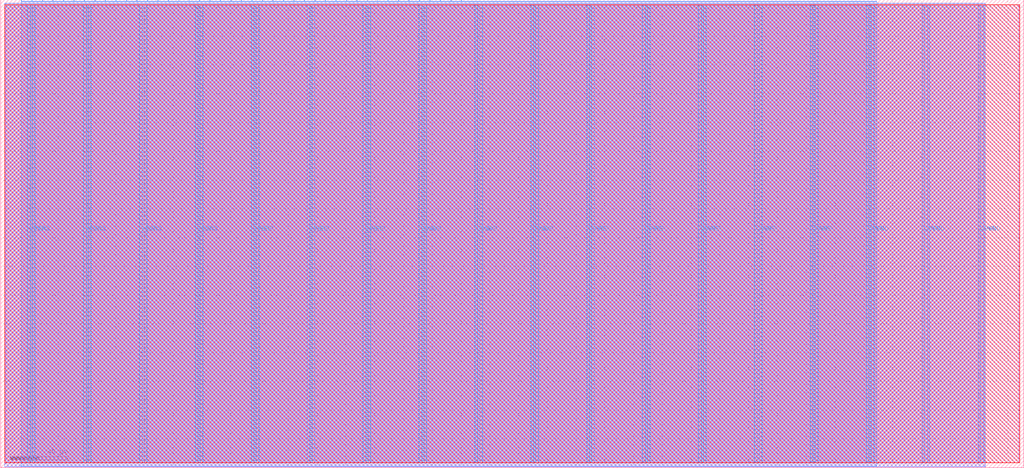
<source format=lef>
VERSION 5.7 ;
  NOWIREEXTENSIONATPIN ON ;
  DIVIDERCHAR "/" ;
  BUSBITCHARS "[]" ;
MACRO tt_um_htfab_asicle2
  CLASS BLOCK ;
  FOREIGN tt_um_htfab_asicle2 ;
  ORIGIN 0.000 0.000 ;
  SIZE 711.200 BY 325.360 ;
  PIN VGND
    DIRECTION INOUT ;
    USE GROUND ;
    PORT
      LAYER Metal4 ;
        RECT 22.180 3.620 23.780 321.740 ;
    END
    PORT
      LAYER Metal4 ;
        RECT 61.050 3.620 62.650 321.740 ;
    END
    PORT
      LAYER Metal4 ;
        RECT 99.920 3.620 101.520 321.740 ;
    END
    PORT
      LAYER Metal4 ;
        RECT 138.790 3.620 140.390 321.740 ;
    END
    PORT
      LAYER Metal4 ;
        RECT 177.660 3.620 179.260 321.740 ;
    END
    PORT
      LAYER Metal4 ;
        RECT 216.530 3.620 218.130 321.740 ;
    END
    PORT
      LAYER Metal4 ;
        RECT 255.400 3.620 257.000 321.740 ;
    END
    PORT
      LAYER Metal4 ;
        RECT 294.270 3.620 295.870 321.740 ;
    END
    PORT
      LAYER Metal4 ;
        RECT 333.140 3.620 334.740 321.740 ;
    END
    PORT
      LAYER Metal4 ;
        RECT 372.010 3.620 373.610 321.740 ;
    END
    PORT
      LAYER Metal4 ;
        RECT 410.880 3.620 412.480 321.740 ;
    END
    PORT
      LAYER Metal4 ;
        RECT 449.750 3.620 451.350 321.740 ;
    END
    PORT
      LAYER Metal4 ;
        RECT 488.620 3.620 490.220 321.740 ;
    END
    PORT
      LAYER Metal4 ;
        RECT 527.490 3.620 529.090 321.740 ;
    END
    PORT
      LAYER Metal4 ;
        RECT 566.360 3.620 567.960 321.740 ;
    END
    PORT
      LAYER Metal4 ;
        RECT 605.230 3.620 606.830 321.740 ;
    END
    PORT
      LAYER Metal4 ;
        RECT 644.100 3.620 645.700 321.740 ;
    END
    PORT
      LAYER Metal4 ;
        RECT 682.970 3.620 684.570 321.740 ;
    END
  END VGND
  PIN VPWR
    DIRECTION INOUT ;
    USE POWER ;
    PORT
      LAYER Metal4 ;
        RECT 18.880 3.620 20.480 321.740 ;
    END
    PORT
      LAYER Metal4 ;
        RECT 57.750 3.620 59.350 321.740 ;
    END
    PORT
      LAYER Metal4 ;
        RECT 96.620 3.620 98.220 321.740 ;
    END
    PORT
      LAYER Metal4 ;
        RECT 135.490 3.620 137.090 321.740 ;
    END
    PORT
      LAYER Metal4 ;
        RECT 174.360 3.620 175.960 321.740 ;
    END
    PORT
      LAYER Metal4 ;
        RECT 213.230 3.620 214.830 321.740 ;
    END
    PORT
      LAYER Metal4 ;
        RECT 252.100 3.620 253.700 321.740 ;
    END
    PORT
      LAYER Metal4 ;
        RECT 290.970 3.620 292.570 321.740 ;
    END
    PORT
      LAYER Metal4 ;
        RECT 329.840 3.620 331.440 321.740 ;
    END
    PORT
      LAYER Metal4 ;
        RECT 368.710 3.620 370.310 321.740 ;
    END
    PORT
      LAYER Metal4 ;
        RECT 407.580 3.620 409.180 321.740 ;
    END
    PORT
      LAYER Metal4 ;
        RECT 446.450 3.620 448.050 321.740 ;
    END
    PORT
      LAYER Metal4 ;
        RECT 485.320 3.620 486.920 321.740 ;
    END
    PORT
      LAYER Metal4 ;
        RECT 524.190 3.620 525.790 321.740 ;
    END
    PORT
      LAYER Metal4 ;
        RECT 563.060 3.620 564.660 321.740 ;
    END
    PORT
      LAYER Metal4 ;
        RECT 601.930 3.620 603.530 321.740 ;
    END
    PORT
      LAYER Metal4 ;
        RECT 640.800 3.620 642.400 321.740 ;
    END
    PORT
      LAYER Metal4 ;
        RECT 679.670 3.620 681.270 321.740 ;
    END
  END VPWR
  PIN clk
    DIRECTION INPUT ;
    USE SIGNAL ;
    ANTENNAGATEAREA 4.738000 ;
    PORT
      LAYER Metal4 ;
        RECT 312.890 324.360 313.190 325.360 ;
    END
  END clk
  PIN ena
    DIRECTION INPUT ;
    USE SIGNAL ;
    PORT
      LAYER Metal4 ;
        RECT 320.170 324.360 320.470 325.360 ;
    END
  END ena
  PIN rst_n
    DIRECTION INPUT ;
    USE SIGNAL ;
    ANTENNAGATEAREA 1.102000 ;
    PORT
      LAYER Metal4 ;
        RECT 305.610 324.360 305.910 325.360 ;
    END
  END rst_n
  PIN ui_in[0]
    DIRECTION INPUT ;
    USE SIGNAL ;
    ANTENNAGATEAREA 0.396000 ;
    PORT
      LAYER Metal4 ;
        RECT 298.330 324.360 298.630 325.360 ;
    END
  END ui_in[0]
  PIN ui_in[1]
    DIRECTION INPUT ;
    USE SIGNAL ;
    ANTENNAGATEAREA 0.396000 ;
    PORT
      LAYER Metal4 ;
        RECT 291.050 324.360 291.350 325.360 ;
    END
  END ui_in[1]
  PIN ui_in[2]
    DIRECTION INPUT ;
    USE SIGNAL ;
    ANTENNAGATEAREA 0.396000 ;
    PORT
      LAYER Metal4 ;
        RECT 283.770 324.360 284.070 325.360 ;
    END
  END ui_in[2]
  PIN ui_in[3]
    DIRECTION INPUT ;
    USE SIGNAL ;
    ANTENNAGATEAREA 0.396000 ;
    PORT
      LAYER Metal4 ;
        RECT 276.490 324.360 276.790 325.360 ;
    END
  END ui_in[3]
  PIN ui_in[4]
    DIRECTION INPUT ;
    USE SIGNAL ;
    ANTENNAGATEAREA 0.396000 ;
    PORT
      LAYER Metal4 ;
        RECT 269.210 324.360 269.510 325.360 ;
    END
  END ui_in[4]
  PIN ui_in[5]
    DIRECTION INPUT ;
    USE SIGNAL ;
    ANTENNAGATEAREA 0.396000 ;
    PORT
      LAYER Metal4 ;
        RECT 261.930 324.360 262.230 325.360 ;
    END
  END ui_in[5]
  PIN ui_in[6]
    DIRECTION INPUT ;
    USE SIGNAL ;
    ANTENNAGATEAREA 0.396000 ;
    PORT
      LAYER Metal4 ;
        RECT 254.650 324.360 254.950 325.360 ;
    END
  END ui_in[6]
  PIN ui_in[7]
    DIRECTION INPUT ;
    USE SIGNAL ;
    ANTENNAGATEAREA 0.396000 ;
    PORT
      LAYER Metal4 ;
        RECT 247.370 324.360 247.670 325.360 ;
    END
  END ui_in[7]
  PIN uio_in[0]
    DIRECTION INPUT ;
    USE SIGNAL ;
    PORT
      LAYER Metal4 ;
        RECT 240.090 324.360 240.390 325.360 ;
    END
  END uio_in[0]
  PIN uio_in[1]
    DIRECTION INPUT ;
    USE SIGNAL ;
    ANTENNAGATEAREA 1.102000 ;
    PORT
      LAYER Metal4 ;
        RECT 232.810 324.360 233.110 325.360 ;
    END
  END uio_in[1]
  PIN uio_in[2]
    DIRECTION INPUT ;
    USE SIGNAL ;
    ANTENNAGATEAREA 1.102000 ;
    PORT
      LAYER Metal4 ;
        RECT 225.530 324.360 225.830 325.360 ;
    END
  END uio_in[2]
  PIN uio_in[3]
    DIRECTION INPUT ;
    USE SIGNAL ;
    PORT
      LAYER Metal4 ;
        RECT 218.250 324.360 218.550 325.360 ;
    END
  END uio_in[3]
  PIN uio_in[4]
    DIRECTION INPUT ;
    USE SIGNAL ;
    ANTENNAGATEAREA 1.102000 ;
    PORT
      LAYER Metal4 ;
        RECT 210.970 324.360 211.270 325.360 ;
    END
  END uio_in[4]
  PIN uio_in[5]
    DIRECTION INPUT ;
    USE SIGNAL ;
    ANTENNAGATEAREA 1.102000 ;
    PORT
      LAYER Metal4 ;
        RECT 203.690 324.360 203.990 325.360 ;
    END
  END uio_in[5]
  PIN uio_in[6]
    DIRECTION INPUT ;
    USE SIGNAL ;
    PORT
      LAYER Metal4 ;
        RECT 196.410 324.360 196.710 325.360 ;
    END
  END uio_in[6]
  PIN uio_in[7]
    DIRECTION INPUT ;
    USE SIGNAL ;
    PORT
      LAYER Metal4 ;
        RECT 189.130 324.360 189.430 325.360 ;
    END
  END uio_in[7]
  PIN uio_oe[0]
    DIRECTION OUTPUT ;
    USE SIGNAL ;
    ANTENNADIFFAREA 1.986000 ;
    PORT
      LAYER Metal4 ;
        RECT 65.370 324.360 65.670 325.360 ;
    END
  END uio_oe[0]
  PIN uio_oe[1]
    DIRECTION OUTPUT ;
    USE SIGNAL ;
    ANTENNADIFFAREA 1.060800 ;
    PORT
      LAYER Metal4 ;
        RECT 58.090 324.360 58.390 325.360 ;
    END
  END uio_oe[1]
  PIN uio_oe[2]
    DIRECTION OUTPUT ;
    USE SIGNAL ;
    ANTENNADIFFAREA 1.986000 ;
    PORT
      LAYER Metal4 ;
        RECT 50.810 324.360 51.110 325.360 ;
    END
  END uio_oe[2]
  PIN uio_oe[3]
    DIRECTION OUTPUT ;
    USE SIGNAL ;
    ANTENNADIFFAREA 1.986000 ;
    PORT
      LAYER Metal4 ;
        RECT 43.530 324.360 43.830 325.360 ;
    END
  END uio_oe[3]
  PIN uio_oe[4]
    DIRECTION OUTPUT ;
    USE SIGNAL ;
    ANTENNADIFFAREA 1.986000 ;
    PORT
      LAYER Metal4 ;
        RECT 36.250 324.360 36.550 325.360 ;
    END
  END uio_oe[4]
  PIN uio_oe[5]
    DIRECTION OUTPUT ;
    USE SIGNAL ;
    ANTENNAGATEAREA 2.366000 ;
    ANTENNADIFFAREA 2.604400 ;
    PORT
      LAYER Metal4 ;
        RECT 28.970 324.360 29.270 325.360 ;
    END
  END uio_oe[5]
  PIN uio_oe[6]
    DIRECTION OUTPUT ;
    USE SIGNAL ;
    ANTENNADIFFAREA 1.986000 ;
    PORT
      LAYER Metal4 ;
        RECT 21.690 324.360 21.990 325.360 ;
    END
  END uio_oe[6]
  PIN uio_oe[7]
    DIRECTION OUTPUT ;
    USE SIGNAL ;
    ANTENNAGATEAREA 5.915000 ;
    ANTENNADIFFAREA 2.604400 ;
    PORT
      LAYER Metal4 ;
        RECT 14.410 324.360 14.710 325.360 ;
    END
  END uio_oe[7]
  PIN uio_out[0]
    DIRECTION OUTPUT ;
    USE SIGNAL ;
    ANTENNADIFFAREA 1.060800 ;
    PORT
      LAYER Metal4 ;
        RECT 123.610 324.360 123.910 325.360 ;
    END
  END uio_out[0]
  PIN uio_out[1]
    DIRECTION OUTPUT ;
    USE SIGNAL ;
    ANTENNADIFFAREA 1.060800 ;
    PORT
      LAYER Metal4 ;
        RECT 116.330 324.360 116.630 325.360 ;
    END
  END uio_out[1]
  PIN uio_out[2]
    DIRECTION OUTPUT ;
    USE SIGNAL ;
    ANTENNADIFFAREA 1.060800 ;
    PORT
      LAYER Metal4 ;
        RECT 109.050 324.360 109.350 325.360 ;
    END
  END uio_out[2]
  PIN uio_out[3]
    DIRECTION OUTPUT ;
    USE SIGNAL ;
    ANTENNADIFFAREA 1.060800 ;
    PORT
      LAYER Metal4 ;
        RECT 101.770 324.360 102.070 325.360 ;
    END
  END uio_out[3]
  PIN uio_out[4]
    DIRECTION OUTPUT ;
    USE SIGNAL ;
    ANTENNADIFFAREA 1.060800 ;
    PORT
      LAYER Metal4 ;
        RECT 94.490 324.360 94.790 325.360 ;
    END
  END uio_out[4]
  PIN uio_out[5]
    DIRECTION OUTPUT ;
    USE SIGNAL ;
    ANTENNADIFFAREA 1.060800 ;
    PORT
      LAYER Metal4 ;
        RECT 87.210 324.360 87.510 325.360 ;
    END
  END uio_out[5]
  PIN uio_out[6]
    DIRECTION OUTPUT ;
    USE SIGNAL ;
    ANTENNADIFFAREA 1.986000 ;
    PORT
      LAYER Metal4 ;
        RECT 79.930 324.360 80.230 325.360 ;
    END
  END uio_out[6]
  PIN uio_out[7]
    DIRECTION OUTPUT ;
    USE SIGNAL ;
    ANTENNADIFFAREA 1.986000 ;
    PORT
      LAYER Metal4 ;
        RECT 72.650 324.360 72.950 325.360 ;
    END
  END uio_out[7]
  PIN uo_out[0]
    DIRECTION OUTPUT ;
    USE SIGNAL ;
    ANTENNADIFFAREA 1.071900 ;
    PORT
      LAYER Metal4 ;
        RECT 181.850 324.360 182.150 325.360 ;
    END
  END uo_out[0]
  PIN uo_out[1]
    DIRECTION OUTPUT ;
    USE SIGNAL ;
    ANTENNADIFFAREA 1.071900 ;
    PORT
      LAYER Metal4 ;
        RECT 174.570 324.360 174.870 325.360 ;
    END
  END uo_out[1]
  PIN uo_out[2]
    DIRECTION OUTPUT ;
    USE SIGNAL ;
    ANTENNADIFFAREA 1.071900 ;
    PORT
      LAYER Metal4 ;
        RECT 167.290 324.360 167.590 325.360 ;
    END
  END uo_out[2]
  PIN uo_out[3]
    DIRECTION OUTPUT ;
    USE SIGNAL ;
    ANTENNADIFFAREA 1.986000 ;
    PORT
      LAYER Metal4 ;
        RECT 160.010 324.360 160.310 325.360 ;
    END
  END uo_out[3]
  PIN uo_out[4]
    DIRECTION OUTPUT ;
    USE SIGNAL ;
    ANTENNADIFFAREA 1.071900 ;
    PORT
      LAYER Metal4 ;
        RECT 152.730 324.360 153.030 325.360 ;
    END
  END uo_out[4]
  PIN uo_out[5]
    DIRECTION OUTPUT ;
    USE SIGNAL ;
    ANTENNADIFFAREA 1.071900 ;
    PORT
      LAYER Metal4 ;
        RECT 145.450 324.360 145.750 325.360 ;
    END
  END uo_out[5]
  PIN uo_out[6]
    DIRECTION OUTPUT ;
    USE SIGNAL ;
    ANTENNADIFFAREA 1.071900 ;
    PORT
      LAYER Metal4 ;
        RECT 138.170 324.360 138.470 325.360 ;
    END
  END uo_out[6]
  PIN uo_out[7]
    DIRECTION OUTPUT ;
    USE SIGNAL ;
    ANTENNADIFFAREA 1.986000 ;
    PORT
      LAYER Metal4 ;
        RECT 130.890 324.360 131.190 325.360 ;
    END
  END uo_out[7]
  OBS
      LAYER Nwell ;
        RECT 2.930 3.490 708.270 321.870 ;
      LAYER Metal1 ;
        RECT 3.360 3.620 707.840 321.740 ;
      LAYER Metal2 ;
        RECT 2.940 0.650 684.430 323.030 ;
      LAYER Metal3 ;
        RECT 2.890 0.700 684.480 322.980 ;
      LAYER Metal4 ;
        RECT 15.010 324.060 21.390 324.360 ;
        RECT 22.290 324.060 28.670 324.360 ;
        RECT 29.570 324.060 35.950 324.360 ;
        RECT 36.850 324.060 43.230 324.360 ;
        RECT 44.130 324.060 50.510 324.360 ;
        RECT 51.410 324.060 57.790 324.360 ;
        RECT 58.690 324.060 65.070 324.360 ;
        RECT 65.970 324.060 72.350 324.360 ;
        RECT 73.250 324.060 79.630 324.360 ;
        RECT 80.530 324.060 86.910 324.360 ;
        RECT 87.810 324.060 94.190 324.360 ;
        RECT 95.090 324.060 101.470 324.360 ;
        RECT 102.370 324.060 108.750 324.360 ;
        RECT 109.650 324.060 116.030 324.360 ;
        RECT 116.930 324.060 123.310 324.360 ;
        RECT 124.210 324.060 130.590 324.360 ;
        RECT 131.490 324.060 137.870 324.360 ;
        RECT 138.770 324.060 145.150 324.360 ;
        RECT 146.050 324.060 152.430 324.360 ;
        RECT 153.330 324.060 159.710 324.360 ;
        RECT 160.610 324.060 166.990 324.360 ;
        RECT 167.890 324.060 174.270 324.360 ;
        RECT 175.170 324.060 181.550 324.360 ;
        RECT 182.450 324.060 188.830 324.360 ;
        RECT 189.730 324.060 196.110 324.360 ;
        RECT 197.010 324.060 203.390 324.360 ;
        RECT 204.290 324.060 210.670 324.360 ;
        RECT 211.570 324.060 217.950 324.360 ;
        RECT 218.850 324.060 225.230 324.360 ;
        RECT 226.130 324.060 232.510 324.360 ;
        RECT 233.410 324.060 239.790 324.360 ;
        RECT 240.690 324.060 247.070 324.360 ;
        RECT 247.970 324.060 254.350 324.360 ;
        RECT 255.250 324.060 261.630 324.360 ;
        RECT 262.530 324.060 268.910 324.360 ;
        RECT 269.810 324.060 276.190 324.360 ;
        RECT 277.090 324.060 283.470 324.360 ;
        RECT 284.370 324.060 290.750 324.360 ;
        RECT 291.650 324.060 298.030 324.360 ;
        RECT 298.930 324.060 305.310 324.360 ;
        RECT 306.210 324.060 312.590 324.360 ;
        RECT 313.490 324.060 319.870 324.360 ;
        RECT 320.770 324.060 609.140 324.360 ;
        RECT 14.420 322.040 609.140 324.060 ;
        RECT 14.420 3.320 18.580 322.040 ;
        RECT 20.780 3.320 21.880 322.040 ;
        RECT 24.080 3.320 57.450 322.040 ;
        RECT 59.650 3.320 60.750 322.040 ;
        RECT 62.950 3.320 96.320 322.040 ;
        RECT 98.520 3.320 99.620 322.040 ;
        RECT 101.820 3.320 135.190 322.040 ;
        RECT 137.390 3.320 138.490 322.040 ;
        RECT 140.690 3.320 174.060 322.040 ;
        RECT 176.260 3.320 177.360 322.040 ;
        RECT 179.560 3.320 212.930 322.040 ;
        RECT 215.130 3.320 216.230 322.040 ;
        RECT 218.430 3.320 251.800 322.040 ;
        RECT 254.000 3.320 255.100 322.040 ;
        RECT 257.300 3.320 290.670 322.040 ;
        RECT 292.870 3.320 293.970 322.040 ;
        RECT 296.170 3.320 329.540 322.040 ;
        RECT 331.740 3.320 332.840 322.040 ;
        RECT 335.040 3.320 368.410 322.040 ;
        RECT 370.610 3.320 371.710 322.040 ;
        RECT 373.910 3.320 407.280 322.040 ;
        RECT 409.480 3.320 410.580 322.040 ;
        RECT 412.780 3.320 446.150 322.040 ;
        RECT 448.350 3.320 449.450 322.040 ;
        RECT 451.650 3.320 485.020 322.040 ;
        RECT 487.220 3.320 488.320 322.040 ;
        RECT 490.520 3.320 523.890 322.040 ;
        RECT 526.090 3.320 527.190 322.040 ;
        RECT 529.390 3.320 562.760 322.040 ;
        RECT 564.960 3.320 566.060 322.040 ;
        RECT 568.260 3.320 601.630 322.040 ;
        RECT 603.830 3.320 604.930 322.040 ;
        RECT 607.130 3.320 609.140 322.040 ;
        RECT 14.420 1.210 609.140 3.320 ;
  END
END tt_um_htfab_asicle2
END LIBRARY


</source>
